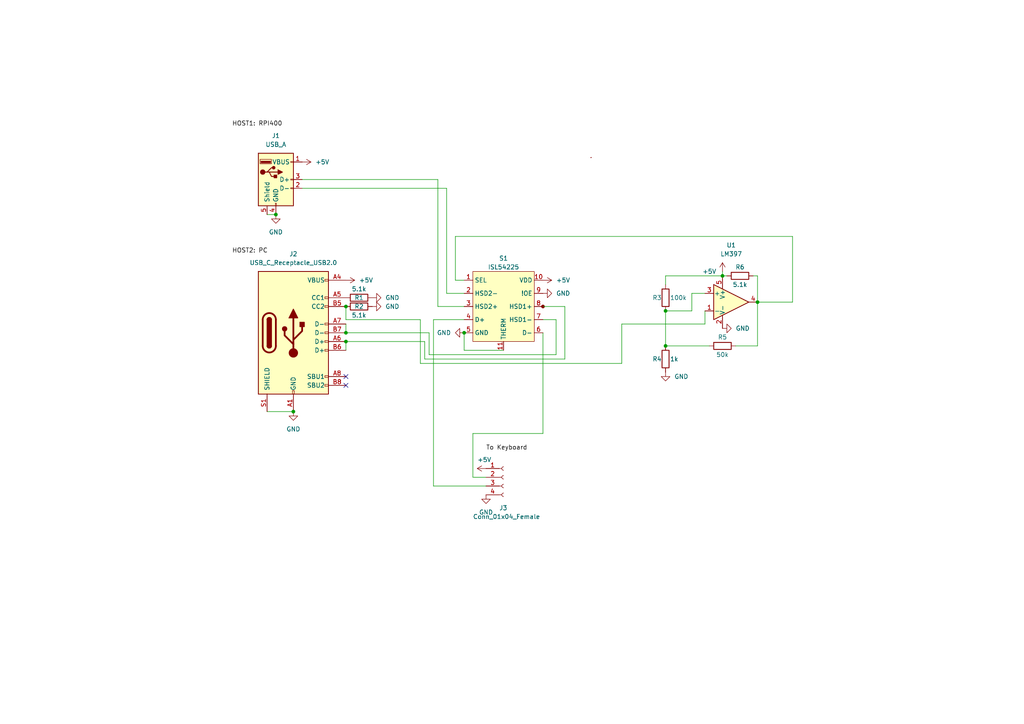
<source format=kicad_sch>
(kicad_sch (version 20211123) (generator eeschema)
  (paper "A4")
  (lib_symbols
    (symbol "Comparator:LM397" (pin_names (offset 0.127))
      (property "Reference" "U" (at 1.27 5.08 0))
      (property "Value" "LM397" (at 3.81 -5.08 0))
      (symbol "LM397_0_1"
        (polyline (pts (xy -5.08 5.08) (xy 5.08 0) (xy -5.08 -5.08) (xy -5.08 5.08)) (stroke (width 0.254)) (fill (type background)))
      )
      (symbol "LM397_1_1"
        (pin input line (at -7.62 -2.54 0) (length 2.54) (name "-") (number "1"))
        (pin power_in line (at -2.54 -7.62 90) (length 3.81) (name "V-") (number "2"))
        (pin input line (at -7.62 2.54 0) (length 2.54) (name "+") (number "3"))
        (pin open_collector line (at 7.62 0 180) (length 2.54) (name "~") (number "4"))
        (pin power_in line (at -2.54 7.62 270) (length 3.81) (name "V+") (number "5"))
      )
    )
    (symbol "Connector:Conn_01x04_Female" (pin_names (offset 1.016) hide)
      (property "Reference" "J" (at 0 5.08 0))
      (property "Value" "Conn_01x04_Female" (at 0 -7.62 0))
      (symbol "Conn_01x04_Female_1_1"
        (arc (start 0 -4.572) (mid -0.508 -5.08) (end 0 -5.588) (stroke (width 0.1524)))
        (arc (start 0 -2.032) (mid -0.508 -2.54) (end 0 -3.048) (stroke (width 0.1524)))
        (polyline (pts (xy -1.27 -5.08) (xy -0.508 -5.08)) (stroke (width 0.1524)))
        (polyline (pts (xy -1.27 -2.54) (xy -0.508 -2.54)) (stroke (width 0.1524)))
        (polyline (pts (xy -1.27 0) (xy -0.508 0)) (stroke (width 0.1524)))
        (polyline (pts (xy -1.27 2.54) (xy -0.508 2.54)) (stroke (width 0.1524)))
        (arc (start 0 0.508) (mid -0.508 0) (end 0 -0.508) (stroke (width 0.1524)))
        (arc (start 0 3.048) (mid -0.508 2.54) (end 0 2.032) (stroke (width 0.1524)))
        (pin passive line (at -5.08 2.54 0) (length 3.81) (name "Pin_1") (number "1"))
        (pin passive line (at -5.08 0 0) (length 3.81) (name "Pin_2") (number "2"))
        (pin passive line (at -5.08 -2.54 0) (length 3.81) (name "Pin_3") (number "3"))
        (pin passive line (at -5.08 -5.08 0) (length 3.81) (name "Pin_4") (number "4"))
      )
    )
    (symbol "Connector:USB_A" (pin_names (offset 1.016))
      (property "Reference" "J" (at -5.08 11.43 0))
      (property "Value" "USB_A" (at -5.08 8.89 0))
      (symbol "USB_A_0_1"
        (rectangle (start -5.08 -7.62) (end 5.08 7.62) (stroke (width 0.254)) (fill (type background)))
        (circle (center -3.81 2.159) (radius 0.635) (stroke (width 0.254)) (fill (type outline)))
        (rectangle (start -1.524 4.826) (end -4.318 5.334) (fill (type outline)))
        (rectangle (start -1.27 4.572) (end -4.572 5.842))
        (circle (center -0.635 3.429) (radius 0.381) (stroke (width 0.254)) (fill (type outline)))
        (rectangle (start -0.127 -7.62) (end 0.127 -6.858))
        (polyline (pts (xy -3.175 2.159) (xy -2.54 2.159) (xy -1.27 3.429) (xy -0.635 3.429)) (stroke (width 0.254)))
        (polyline (pts (xy -2.54 2.159) (xy -1.905 2.159) (xy -1.27 0.889) (xy 0 0.889)) (stroke (width 0.254)))
        (polyline (pts (xy 0.635 2.794) (xy 0.635 1.524) (xy 1.905 2.159) (xy 0.635 2.794)) (stroke (width 0.254)) (fill (type outline)))
        (rectangle (start 0.254 1.27) (end -0.508 0.508) (stroke (width 0.254)) (fill (type outline)))
        (rectangle (start 5.08 -2.667) (end 4.318 -2.413))
        (rectangle (start 5.08 -0.127) (end 4.318 0.127))
        (rectangle (start 5.08 4.953) (end 4.318 5.207))
      )
      (symbol "USB_A_1_1"
        (polyline (pts (xy -1.905 2.159) (xy 0.635 2.159)) (stroke (width 0.254)))
        (pin power_in line (at 7.62 5.08 180) (length 2.54) (name "VBUS") (number "1"))
        (pin bidirectional line (at 7.62 -2.54 180) (length 2.54) (name "D-") (number "2"))
        (pin bidirectional line (at 7.62 0 180) (length 2.54) (name "D+") (number "3"))
        (pin power_in line (at 0 -10.16 90) (length 2.54) (name "GND") (number "4"))
        (pin passive line (at -2.54 -10.16 90) (length 2.54) (name "Shield") (number "5"))
      )
    )
    (symbol "Connector:USB_C_Receptacle_USB2.0" (pin_names (offset 1.016))
      (property "Reference" "J" (at -10.16 19.05 0))
      (property "Value" "USB_C_Receptacle_USB2.0" (at 19.05 19.05 0))
      (symbol "USB_C_Receptacle_USB2.0_0_0"
        (rectangle (start -0.254 -17.78) (end 0.254 -16.764))
        (rectangle (start 10.16 -14.986) (end 9.144 -15.494))
        (rectangle (start 10.16 -12.446) (end 9.144 -12.954))
        (rectangle (start 10.16 -4.826) (end 9.144 -5.334))
        (rectangle (start 10.16 -2.286) (end 9.144 -2.794))
        (rectangle (start 10.16 0.254) (end 9.144 -0.254))
        (rectangle (start 10.16 2.794) (end 9.144 2.286))
        (rectangle (start 10.16 7.874) (end 9.144 7.366))
        (rectangle (start 10.16 10.414) (end 9.144 9.906))
        (rectangle (start 10.16 15.494) (end 9.144 14.986))
      )
      (symbol "USB_C_Receptacle_USB2.0_0_1"
        (rectangle (start -10.16 17.78) (end 10.16 -17.78) (stroke (width 0.254)) (fill (type background)))
        (arc (start -8.89 -3.81) (mid -6.985 -5.715) (end -5.08 -3.81) (stroke (width 0.508)))
        (arc (start -7.62 -3.81) (mid -6.985 -4.445) (end -6.35 -3.81) (stroke (width 0.254)))
        (arc (start -7.62 -3.81) (mid -6.985 -4.445) (end -6.35 -3.81) (stroke (width 0.254)) (fill (type outline)))
        (rectangle (start -7.62 -3.81) (end -6.35 3.81) (stroke (width 0.254)) (fill (type outline)))
        (arc (start -6.35 3.81) (mid -6.985 4.445) (end -7.62 3.81) (stroke (width 0.254)))
        (arc (start -6.35 3.81) (mid -6.985 4.445) (end -7.62 3.81) (stroke (width 0.254)) (fill (type outline)))
        (arc (start -5.08 3.81) (mid -6.985 5.715) (end -8.89 3.81) (stroke (width 0.508)))
        (circle (center -2.54 1.143) (radius 0.635) (stroke (width 0.254)) (fill (type outline)))
        (circle (center 0 -5.842) (radius 1.27) (fill (type outline)))
        (polyline (pts (xy -8.89 -3.81) (xy -8.89 3.81)) (stroke (width 0.508)))
        (polyline (pts (xy -5.08 3.81) (xy -5.08 -3.81)) (stroke (width 0.508)))
        (polyline (pts (xy 0 -5.842) (xy 0 4.318)) (stroke (width 0.508)))
        (polyline (pts (xy 0 -3.302) (xy -2.54 -0.762) (xy -2.54 0.508)) (stroke (width 0.508)))
        (polyline (pts (xy 0 -2.032) (xy 2.54 0.508) (xy 2.54 1.778)) (stroke (width 0.508)))
        (polyline (pts (xy -1.27 4.318) (xy 0 6.858) (xy 1.27 4.318) (xy -1.27 4.318)) (stroke (width 0.254)) (fill (type outline)))
        (rectangle (start 1.905 1.778) (end 3.175 3.048) (stroke (width 0.254)) (fill (type outline)))
      )
      (symbol "USB_C_Receptacle_USB2.0_1_1"
        (pin passive line (at 0 -22.86 90) (length 5.08) (name "GND") (number "A1"))
        (pin passive line (at 0 -22.86 90) (length 5.08) hide (name "GND") (number "A12"))
        (pin passive line (at 15.24 15.24 180) (length 5.08) (name "VBUS") (number "A4"))
        (pin bidirectional line (at 15.24 10.16 180) (length 5.08) (name "CC1") (number "A5"))
        (pin bidirectional line (at 15.24 -2.54 180) (length 5.08) (name "D+") (number "A6"))
        (pin bidirectional line (at 15.24 2.54 180) (length 5.08) (name "D-") (number "A7"))
        (pin bidirectional line (at 15.24 -12.7 180) (length 5.08) (name "SBU1") (number "A8"))
        (pin passive line (at 15.24 15.24 180) (length 5.08) hide (name "VBUS") (number "A9"))
        (pin passive line (at 0 -22.86 90) (length 5.08) hide (name "GND") (number "B1"))
        (pin passive line (at 0 -22.86 90) (length 5.08) hide (name "GND") (number "B12"))
        (pin passive line (at 15.24 15.24 180) (length 5.08) hide (name "VBUS") (number "B4"))
        (pin bidirectional line (at 15.24 7.62 180) (length 5.08) (name "CC2") (number "B5"))
        (pin bidirectional line (at 15.24 -5.08 180) (length 5.08) (name "D+") (number "B6"))
        (pin bidirectional line (at 15.24 0 180) (length 5.08) (name "D-") (number "B7"))
        (pin bidirectional line (at 15.24 -15.24 180) (length 5.08) (name "SBU2") (number "B8"))
        (pin passive line (at 15.24 15.24 180) (length 5.08) hide (name "VBUS") (number "B9"))
        (pin passive line (at -7.62 -22.86 90) (length 5.08) (name "SHIELD") (number "S1"))
      )
    )
    (symbol "Device:R" (pin_numbers hide) (pin_names (offset 0))
      (property "Reference" "R" (at 2.032 0 90))
      (property "Value" "R" (at 0 0 90))
      (symbol "R_0_1"
        (rectangle (start -1.016 -2.54) (end 1.016 2.54) (stroke (width 0.254)))
      )
      (symbol "R_1_1"
        (pin passive line (at 0 3.81 270) (length 1.27) (name "~") (number "1"))
        (pin passive line (at 0 -3.81 90) (length 1.27) (name "~") (number "2"))
      )
    )
    (symbol "library:ISL54225"
      (property "Reference" "S" (at 0 5.08 0))
      (property "Value" "ISL54225" (at 0 7.62 0))
      (symbol "ISL54225_0_1"
        (rectangle (start -8.89 2.54) (end 8.89 -17.78) (fill (type background)))
        (rectangle (start 11.43 -7.62) (end 11.43 -7.62))
        (rectangle (start 11.43 -7.62) (end 11.43 -7.62))
        (rectangle (start 11.43 -7.62) (end 11.43 -7.62))
        (rectangle (start 11.43 -7.62) (end 11.43 -7.62))
        (rectangle (start 11.43 -7.62) (end 11.43 -7.62))
        (rectangle (start 11.43 -7.62) (end 11.43 -7.62))
        (rectangle (start 11.43 -7.62) (end 11.43 -7.62))
        (rectangle (start 11.43 -7.62) (end 11.43 -7.62) (stroke (width 1)))
        (rectangle (start 11.43 -7.62) (end 11.43 -7.62) (stroke (width 1)))
        (rectangle (start 25.4 35.56) (end 25.4 35.56))
        (rectangle (start 25.4 35.56) (end 25.4 35.56))
        (rectangle (start 25.4 35.56) (end 25.4 35.56))
        (rectangle (start 25.4 35.56) (end 25.4 35.56))
        (rectangle (start 25.4 35.56) (end 25.4 35.56))
        (rectangle (start 25.4 35.56) (end 25.4 35.56))
        (rectangle (start 25.4 35.56) (end 25.4 35.56))
        (rectangle (start 25.4 35.56) (end 25.4 35.56))
        (rectangle (start 25.4 35.56) (end 25.4 35.56))
        (rectangle (start 25.4 35.56) (end 25.4 35.56))
        (rectangle (start 25.4 35.56) (end 25.4 35.56))
        (rectangle (start 25.4 35.56) (end 25.4 35.56))
        (rectangle (start 25.4 35.56) (end 25.4 35.56))
        (rectangle (start 25.4 35.56) (end 25.4 35.56))
        (rectangle (start 25.4 35.56) (end 25.4 35.56))
        (rectangle (start 25.4 35.56) (end 25.4 35.56))
        (rectangle (start 25.4 35.56) (end 25.4 35.56))
        (rectangle (start 25.4 35.56) (end 25.4 35.56))
        (rectangle (start 25.4 35.56) (end 25.4 35.56))
        (rectangle (start 25.4 35.56) (end 25.4 35.56))
        (rectangle (start 25.4 35.56) (end 25.4 35.56))
        (rectangle (start 25.4 35.56) (end 25.4 35.56))
        (rectangle (start 25.4 35.56) (end 25.4 35.56))
        (rectangle (start 25.4 35.56) (end 25.4 35.56))
        (rectangle (start 25.4 35.56) (end 25.4 35.56))
        (rectangle (start 25.4 35.56) (end 25.4 35.56))
        (rectangle (start 25.4 35.56) (end 25.4 35.56))
      )
      (symbol "ISL54225_1_1"
        (pin input line (at -11.43 0 0) (length 2.54) (name "SEL") (number "1"))
        (pin input line (at 11.43 0 180) (length 2.54) (name "VDD") (number "10"))
        (pin input line (at 0 -20.32 90) (length 2.54) (name "THERM") (number "11"))
        (pin output line (at -11.43 -3.81 0) (length 2.54) (name "HSD2-") (number "2"))
        (pin output line (at -11.43 -7.62 0) (length 2.54) (name "HSD2+") (number "3"))
        (pin input line (at -11.43 -11.43 0) (length 2.54) (name "D+") (number "4"))
        (pin passive line (at -11.43 -15.24 0) (length 2.54) (name "GND") (number "5"))
        (pin input line (at 11.43 -15.24 180) (length 2.54) (name "D-") (number "6"))
        (pin output line (at 11.43 -11.43 180) (length 2.54) (name "HSD1-") (number "7"))
        (pin output line (at 11.43 -7.62 180) (length 2.54) (name "HSD1+") (number "8"))
        (pin input line (at 11.43 -3.81 180) (length 2.54) (name "!OE") (number "9"))
      )
    )
    (symbol "power:+5V" (power) (pin_names (offset 0))
      (property "Value" "+5V" (at 0 3.556 0))
      (symbol "+5V_0_1"
        (polyline (pts (xy -0.762 1.27) (xy 0 2.54)))
        (polyline (pts (xy 0 0) (xy 0 2.54)))
        (polyline (pts (xy 0 2.54) (xy 0.762 1.27)))
      )
      (symbol "+5V_1_1"
        (pin power_in line (at 0 0 90) (length 0) hide (name "+5V") (number "1"))
      )
    )
    (symbol "power:GND" (power) (pin_names (offset 0))
      (property "Value" "GND" (at 0 -3.81 0))
      (symbol "GND_0_1"
        (polyline (pts (xy 0 0) (xy 0 -1.27) (xy 1.27 -1.27) (xy 0 -2.54) (xy -1.27 -1.27) (xy 0 -1.27)))
      )
      (symbol "GND_1_1"
        (pin power_in line (at 0 0 270) (length 0) hide (name "GND") (number "1"))
      )
    )
  )
  (junction (at 80.01 62.23))
  (junction (at 100.33 96.52))
  (junction (at 100.33 88.9))
  (junction (at 193.04 100.33))
  (junction (at 85.09 119.38))
  (junction (at 209.55 80.01))
  (junction (at 100.33 99.06))
  (junction (at 134.62 96.52))
  (junction (at 219.71 87.63))
  (junction (at 193.04 90.17))
  (no_connect (at 100.33 111.76))
  (no_connect (at 100.33 109.22))
  (wire (pts (xy 123.19 99.06) (xy 123.19 104.14)))
  (wire (pts (xy 137.16 138.43) (xy 140.97 138.43)))
  (wire (pts (xy 125.73 140.97) (xy 140.97 140.97)))
  (wire (pts (xy 193.04 90.17) (xy 193.04 100.33)))
  (wire (pts (xy 127 88.9) (xy 127 52.07)))
  (wire (pts (xy 219.71 80.01) (xy 219.71 87.63)))
  (wire (pts (xy 100.33 96.52) (xy 124.46 96.52)))
  (wire (pts (xy 209.55 80.01) (xy 210.82 80.01)))
  (wire (pts (xy 193.04 80.01) (xy 209.55 80.01)))
  (wire (pts (xy 100.33 92.71) (xy 121.92 92.71)))
  (wire (pts (xy 157.48 96.52) (xy 157.48 125.73)))
  (wire (pts (xy 132.08 68.58) (xy 132.08 81.28)))
  (wire (pts (xy 200.66 85.09) (xy 204.47 85.09)))
  (wire (pts (xy 134.62 101.6) (xy 146.05 101.6)))
  (wire (pts (xy 125.73 92.71) (xy 125.73 140.97)))
  (wire (pts (xy 209.55 78.74) (xy 209.55 80.01)))
  (wire (pts (xy 121.92 92.71) (xy 121.92 105.41)))
  (wire (pts (xy 129.54 54.61) (xy 129.54 85.09)))
  (wire (pts (xy 200.66 90.17) (xy 200.66 85.09)))
  (wire (pts (xy 161.29 102.87) (xy 124.46 102.87)))
  (wire (pts (xy 87.63 52.07) (xy 127 52.07)))
  (wire (pts (xy 193.04 82.55) (xy 193.04 80.01)))
  (wire (pts (xy 100.33 99.06) (xy 100.33 101.6)))
  (wire (pts (xy 229.87 87.63) (xy 219.71 87.63)))
  (wire (pts (xy 163.83 88.9) (xy 157.48 88.9)))
  (wire (pts (xy 100.33 88.9) (xy 100.33 92.71)))
  (wire (pts (xy 123.19 104.14) (xy 163.83 104.14)))
  (wire (pts (xy 134.62 92.71) (xy 125.73 92.71)))
  (wire (pts (xy 219.71 87.63) (xy 219.71 100.33)))
  (wire (pts (xy 129.54 85.09) (xy 134.62 85.09)))
  (wire (pts (xy 137.16 125.73) (xy 137.16 138.43)))
  (wire (pts (xy 213.36 100.33) (xy 219.71 100.33)))
  (wire (pts (xy 132.08 68.58) (xy 229.87 68.58)))
  (wire (pts (xy 77.47 119.38) (xy 85.09 119.38)))
  (wire (pts (xy 100.33 99.06) (xy 123.19 99.06)))
  (wire (pts (xy 218.44 80.01) (xy 219.71 80.01)))
  (wire (pts (xy 100.33 93.98) (xy 100.33 96.52)))
  (wire (pts (xy 121.92 105.41) (xy 180.34 105.41)))
  (wire (pts (xy 157.48 92.71) (xy 161.29 92.71)))
  (wire (pts (xy 180.34 93.98) (xy 204.47 93.98)))
  (wire (pts (xy 77.47 62.23) (xy 80.01 62.23)))
  (wire (pts (xy 161.29 92.71) (xy 161.29 102.87)))
  (wire (pts (xy 134.62 96.52) (xy 134.62 101.6)))
  (wire (pts (xy 134.62 88.9) (xy 127 88.9)))
  (wire (pts (xy 204.47 93.98) (xy 204.47 90.17)))
  (wire (pts (xy 132.08 81.28) (xy 134.62 81.28)))
  (wire (pts (xy 193.04 100.33) (xy 205.74 100.33)))
  (wire (pts (xy 163.83 104.14) (xy 163.83 88.9)))
  (wire (pts (xy 87.63 54.61) (xy 129.54 54.61)))
  (wire (pts (xy 229.87 68.58) (xy 229.87 87.63)))
  (wire (pts (xy 193.04 90.17) (xy 200.66 90.17)))
  (wire (pts (xy 124.46 102.87) (xy 124.46 96.52)))
  (wire (pts (xy 180.34 105.41) (xy 180.34 93.98)))
  (wire (pts (xy 157.48 125.73) (xy 137.16 125.73)))
  (label "To Keyboard" (at 140.97 130.81 0))
  (label "HOST1: RPI400" (at 67.31 36.83 0))
  (label "HOST2: PC" (at 67.31 73.66 0))
  (symbol (lib_id "power:GND") (at 157.48 85.09 90) (unit 1)
    (property "Reference" "#PWR011" (effects hide))
    (property "Value" "GND" (at 161.29 85.0899 90) (effects (justify right)))
  )
  (symbol (lib_id "power:+5V") (at 87.63 46.99 270) (unit 1)
    (property "Reference" "#PWR03" (effects hide))
    (property "Value" "+5V" (at 91.44 46.9899 90) (effects (justify left)))
  )
  (symbol (lib_id "power:GND") (at 80.01 62.23 0) (unit 1)
    (property "Reference" "#PWR01" (effects hide))
    (property "Value" "GND" (at 80.01 67.31 0))
  )
  (symbol (lib_id "Device:R") (at 193.04 104.14 0) (unit 1)
    (property "Reference" "R4" (at 189.23 104.14 0) (effects (justify left)))
    (property "Value" "1k" (at 194.31 104.14 0) (effects (justify left)))
    (property "Footprint" "Resistor_SMD:R_0603_1608Metric_Pad0.98x0.95mm_HandSolder" (effects hide))
  )
  (symbol (lib_id "power:+5V") (at 157.48 81.28 270) (unit 1)
    (property "Reference" "#PWR010" (effects hide))
    (property "Value" "+5V" (at 161.29 81.2799 90) (effects (justify left)))
  )
  (symbol (lib_id "power:GND") (at 209.55 95.25 90) (unit 1)
    (property "Reference" "#PWR014" (effects hide))
    (property "Value" "GND" (at 213.36 95.2499 90) (effects (justify right)))
  )
  (symbol (lib_id "power:+5V") (at 100.33 81.28 270) (unit 1)
    (property "Reference" "#PWR04" (effects hide))
    (property "Value" "+5V" (at 104.14 81.2799 90) (effects (justify left)))
  )
  (symbol (lib_id "Device:R") (at 104.14 88.9 90) (unit 1)
    (property "Reference" "R2" (at 104.14 88.9 90))
    (property "Value" "5.1k" (at 104.14 91.44 90))
    (property "Footprint" "Resistor_SMD:R_0603_1608Metric_Pad0.98x0.95mm_HandSolder" (effects hide))
  )
  (symbol (lib_id "Device:R") (at 214.63 80.01 90) (unit 1)
    (property "Reference" "R6" (at 214.63 77.47 90))
    (property "Value" "5.1k" (at 214.63 82.55 90))
    (property "Footprint" "Resistor_SMD:R_0603_1608Metric_Pad0.98x0.95mm_HandSolder" (effects hide))
  )
  (symbol (lib_id "power:+5V") (at 140.97 135.89 90) (unit 1)
    (property "Reference" "#PWR08" (effects hide))
    (property "Value" "+5V" (at 138.43 133.35 90) (effects (justify right)))
  )
  (symbol (lib_id "Device:R") (at 193.04 86.36 0) (unit 1)
    (property "Reference" "R3" (at 189.23 86.36 0) (effects (justify left)))
    (property "Value" "100k" (at 194.31 86.36 0) (effects (justify left)))
    (property "Footprint" "Resistor_SMD:R_0603_1608Metric_Pad0.98x0.95mm_HandSolder" (effects hide))
  )
  (symbol (lib_id "library:ISL54225") (at 146.05 81.28 0) (unit 1)
    (property "Reference" "S1" (at 146.05 74.93 0))
    (property "Value" "ISL54225" (at 146.05 77.47 0))
    (property "Footprint" "Package_DFN_QFN:DFN-10-1EP_3x3mm_P0.5mm_EP1.75x2.7mm" (effects hide))
  )
  (symbol (lib_id "power:GND") (at 107.95 88.9 90) (unit 1)
    (property "Reference" "#PWR06" (effects hide))
    (property "Value" "GND" (at 111.76 88.8999 90) (effects (justify right)))
  )
  (symbol (lib_id "Connector:USB_A") (at 80.01 52.07 0) (unit 1)
    (property "Reference" "J1" (at 80.01 39.37 0))
    (property "Value" "USB_A" (at 80.01 41.91 0))
    (property "Footprint" "Connector_USB:USB_A_Molex_67643_Horizontal" (effects hide))
    (property "Datasheet" " ~" (effects hide))
  )
  (symbol (lib_id "power:GND") (at 107.95 86.36 90) (unit 1)
    (property "Reference" "#PWR05" (effects hide))
    (property "Value" "GND" (at 111.76 86.3599 90) (effects (justify right)))
  )
  (symbol (lib_id "power:GND") (at 134.62 96.52 270) (unit 1)
    (property "Reference" "#PWR07" (effects hide))
    (property "Value" "GND" (at 130.81 96.5199 90) (effects (justify right)))
  )
  (symbol (lib_id "Connector:USB_C_Receptacle_USB2.0") (at 85.09 96.52 0) (unit 1)
    (property "Reference" "J2" (at 85.09 73.66 0))
    (property "Value" "USB_C_Receptacle_USB2.0" (at 85.09 76.2 0))
    (property "Footprint" "Connector_USB:USB_C_Receptacle_Amphenol_12401610E4-2A" (effects hide))
    (property "Datasheet" "https://www.usb.org/sites/default/files/documents/usb_type-c.zip" (effects hide))
  )
  (symbol (lib_id "power:GND") (at 140.97 143.51 0) (unit 1)
    (property "Reference" "#PWR09" (effects hide))
    (property "Value" "GND" (at 140.97 148.59 0))
  )
  (symbol (lib_id "power:+5V") (at 209.55 78.74 0) (unit 1)
    (property "Reference" "#PWR013" (effects hide))
    (property "Value" "+5V" (at 205.74 78.74 0))
  )
  (symbol (lib_id "power:GND") (at 193.04 107.95 0) (unit 1)
    (property "Reference" "#PWR012" (effects hide))
    (property "Value" "GND" (at 195.58 109.2199 0) (effects (justify left)))
  )
  (symbol (lib_id "Device:R") (at 209.55 100.33 90) (unit 1)
    (property "Reference" "R5" (at 209.55 97.79 90))
    (property "Value" "50k" (at 209.55 102.87 90))
    (property "Footprint" "Resistor_SMD:R_0603_1608Metric_Pad0.98x0.95mm_HandSolder" (effects hide))
  )
  (symbol (lib_id "Connector:Conn_01x04_Female") (at 146.05 138.43 0) (unit 1)
    (property "Reference" "J3" (at 144.78 147.32 0) (effects (justify left)))
    (property "Value" "Conn_01x04_Female" (at 137.16 149.86 0) (effects (justify left)))
    (property "Footprint" "Connector_Wuerth:Wuerth_WR-WTB_64800411622_1x04_P1.50mm_Vertical" (effects hide))
  )
  (symbol (lib_id "power:GND") (at 85.09 119.38 0) (unit 1)
    (property "Reference" "#PWR02" (effects hide))
    (property "Value" "GND" (at 85.09 124.46 0))
  )
  (symbol (lib_id "Device:R") (at 104.14 86.36 90) (unit 1)
    (property "Reference" "R1" (at 104.14 86.36 90))
    (property "Value" "5.1k" (at 104.14 83.82 90))
    (property "Footprint" "Resistor_SMD:R_0603_1608Metric_Pad0.98x0.95mm_HandSolder" (effects hide))
  )
  (symbol (lib_id "Comparator:LM397") (at 212.09 87.63 0) (unit 1)
    (property "Reference" "U1" (at 212.09 71.12 0))
    (property "Value" "LM397" (at 212.09 73.66 0))
    (property "Footprint" "Package_TO_SOT_SMD:SOT-23-5" (effects hide))
    (property "Datasheet" "http://www.ti.com/lit/ds/symlink/lm397.pdf" (effects hide))
  )
)
</source>
